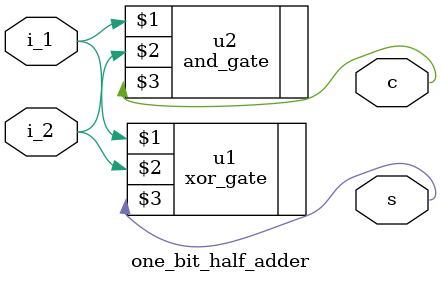
<source format=v>
`timescale 1ns / 1ps

module one_bit_half_adder(input i_1,i_2, output s,c);
    
    xor_gate u1(i_1,i_2,s);
    and_gate u2(i_1,i_2,c);

endmodule

</source>
